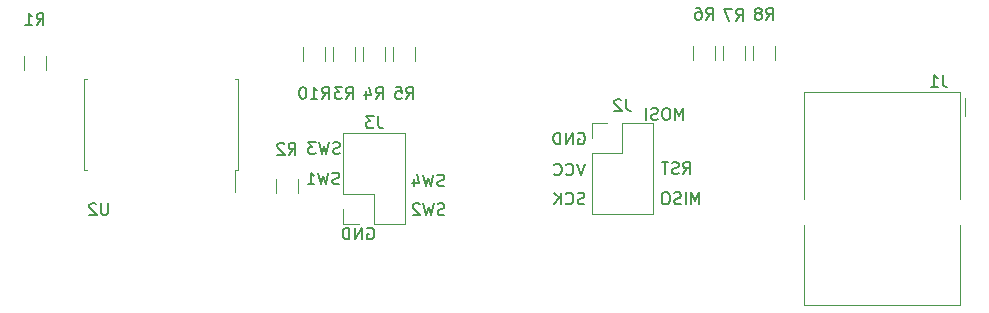
<source format=gbo>
G04 #@! TF.GenerationSoftware,KiCad,Pcbnew,5.1.5*
G04 #@! TF.CreationDate,2020-05-20T18:02:06-05:00*
G04 #@! TF.ProjectId,kdi574,6b646935-3734-42e6-9b69-6361645f7063,v01*
G04 #@! TF.SameCoordinates,Original*
G04 #@! TF.FileFunction,Legend,Bot*
G04 #@! TF.FilePolarity,Positive*
%FSLAX46Y46*%
G04 Gerber Fmt 4.6, Leading zero omitted, Abs format (unit mm)*
G04 Created by KiCad (PCBNEW 5.1.5) date 2020-05-20 18:02:06*
%MOMM*%
%LPD*%
G04 APERTURE LIST*
%ADD10C,0.150000*%
%ADD11C,0.120000*%
%ADD12C,0.100000*%
G04 APERTURE END LIST*
D10*
X173592928Y-106807260D02*
X173592928Y-105807260D01*
X173259595Y-106521546D01*
X172926261Y-105807260D01*
X172926261Y-106807260D01*
X172450071Y-106807260D02*
X172450071Y-105807260D01*
X172021500Y-106759641D02*
X171878642Y-106807260D01*
X171640547Y-106807260D01*
X171545309Y-106759641D01*
X171497690Y-106712022D01*
X171450071Y-106616784D01*
X171450071Y-106521546D01*
X171497690Y-106426308D01*
X171545309Y-106378689D01*
X171640547Y-106331070D01*
X171831023Y-106283451D01*
X171926261Y-106235832D01*
X171973880Y-106188213D01*
X172021500Y-106092975D01*
X172021500Y-105997737D01*
X171973880Y-105902499D01*
X171926261Y-105854880D01*
X171831023Y-105807260D01*
X171592928Y-105807260D01*
X171450071Y-105854880D01*
X170831023Y-105807260D02*
X170640547Y-105807260D01*
X170545309Y-105854880D01*
X170450071Y-105950118D01*
X170402452Y-106140594D01*
X170402452Y-106473927D01*
X170450071Y-106664403D01*
X170545309Y-106759641D01*
X170640547Y-106807260D01*
X170831023Y-106807260D01*
X170926261Y-106759641D01*
X171021500Y-106664403D01*
X171069119Y-106473927D01*
X171069119Y-106140594D01*
X171021500Y-105950118D01*
X170926261Y-105854880D01*
X170831023Y-105807260D01*
X172218599Y-104244400D02*
X172551932Y-103768210D01*
X172790027Y-104244400D02*
X172790027Y-103244400D01*
X172409075Y-103244400D01*
X172313837Y-103292020D01*
X172266218Y-103339639D01*
X172218599Y-103434877D01*
X172218599Y-103577734D01*
X172266218Y-103672972D01*
X172313837Y-103720591D01*
X172409075Y-103768210D01*
X172790027Y-103768210D01*
X171837646Y-104196781D02*
X171694789Y-104244400D01*
X171456694Y-104244400D01*
X171361456Y-104196781D01*
X171313837Y-104149162D01*
X171266218Y-104053924D01*
X171266218Y-103958686D01*
X171313837Y-103863448D01*
X171361456Y-103815829D01*
X171456694Y-103768210D01*
X171647170Y-103720591D01*
X171742408Y-103672972D01*
X171790027Y-103625353D01*
X171837646Y-103530115D01*
X171837646Y-103434877D01*
X171790027Y-103339639D01*
X171742408Y-103292020D01*
X171647170Y-103244400D01*
X171409075Y-103244400D01*
X171266218Y-103292020D01*
X170980503Y-103244400D02*
X170409075Y-103244400D01*
X170694789Y-104244400D02*
X170694789Y-103244400D01*
X172223868Y-99662240D02*
X172223868Y-98662240D01*
X171890535Y-99376526D01*
X171557201Y-98662240D01*
X171557201Y-99662240D01*
X170890535Y-98662240D02*
X170700059Y-98662240D01*
X170604820Y-98709860D01*
X170509582Y-98805098D01*
X170461963Y-98995574D01*
X170461963Y-99328907D01*
X170509582Y-99519383D01*
X170604820Y-99614621D01*
X170700059Y-99662240D01*
X170890535Y-99662240D01*
X170985773Y-99614621D01*
X171081011Y-99519383D01*
X171128630Y-99328907D01*
X171128630Y-98995574D01*
X171081011Y-98805098D01*
X170985773Y-98709860D01*
X170890535Y-98662240D01*
X170081011Y-99614621D02*
X169938154Y-99662240D01*
X169700059Y-99662240D01*
X169604820Y-99614621D01*
X169557201Y-99567002D01*
X169509582Y-99471764D01*
X169509582Y-99376526D01*
X169557201Y-99281288D01*
X169604820Y-99233669D01*
X169700059Y-99186050D01*
X169890535Y-99138431D01*
X169985773Y-99090812D01*
X170033392Y-99043193D01*
X170081011Y-98947955D01*
X170081011Y-98852717D01*
X170033392Y-98757479D01*
X169985773Y-98709860D01*
X169890535Y-98662240D01*
X169652440Y-98662240D01*
X169509582Y-98709860D01*
X169081011Y-99662240D02*
X169081011Y-98662240D01*
X163863494Y-106777421D02*
X163720637Y-106825040D01*
X163482541Y-106825040D01*
X163387303Y-106777421D01*
X163339684Y-106729802D01*
X163292065Y-106634564D01*
X163292065Y-106539326D01*
X163339684Y-106444088D01*
X163387303Y-106396469D01*
X163482541Y-106348850D01*
X163673018Y-106301231D01*
X163768256Y-106253612D01*
X163815875Y-106205993D01*
X163863494Y-106110755D01*
X163863494Y-106015517D01*
X163815875Y-105920279D01*
X163768256Y-105872660D01*
X163673018Y-105825040D01*
X163434922Y-105825040D01*
X163292065Y-105872660D01*
X162292065Y-106729802D02*
X162339684Y-106777421D01*
X162482541Y-106825040D01*
X162577780Y-106825040D01*
X162720637Y-106777421D01*
X162815875Y-106682183D01*
X162863494Y-106586945D01*
X162911113Y-106396469D01*
X162911113Y-106253612D01*
X162863494Y-106063136D01*
X162815875Y-105967898D01*
X162720637Y-105872660D01*
X162577780Y-105825040D01*
X162482541Y-105825040D01*
X162339684Y-105872660D01*
X162292065Y-105920279D01*
X161863494Y-106825040D02*
X161863494Y-105825040D01*
X161292065Y-106825040D02*
X161720637Y-106253612D01*
X161292065Y-105825040D02*
X161863494Y-106396469D01*
X163875553Y-103368860D02*
X163542220Y-104368860D01*
X163208886Y-103368860D01*
X162304124Y-104273622D02*
X162351743Y-104321241D01*
X162494600Y-104368860D01*
X162589839Y-104368860D01*
X162732696Y-104321241D01*
X162827934Y-104226003D01*
X162875553Y-104130765D01*
X162923172Y-103940289D01*
X162923172Y-103797432D01*
X162875553Y-103606956D01*
X162827934Y-103511718D01*
X162732696Y-103416480D01*
X162589839Y-103368860D01*
X162494600Y-103368860D01*
X162351743Y-103416480D01*
X162304124Y-103464099D01*
X161304124Y-104273622D02*
X161351743Y-104321241D01*
X161494600Y-104368860D01*
X161589839Y-104368860D01*
X161732696Y-104321241D01*
X161827934Y-104226003D01*
X161875553Y-104130765D01*
X161923172Y-103940289D01*
X161923172Y-103797432D01*
X161875553Y-103606956D01*
X161827934Y-103511718D01*
X161732696Y-103416480D01*
X161589839Y-103368860D01*
X161494600Y-103368860D01*
X161351743Y-103416480D01*
X161304124Y-103464099D01*
X163339684Y-100782500D02*
X163434922Y-100734880D01*
X163577780Y-100734880D01*
X163720637Y-100782500D01*
X163815875Y-100877738D01*
X163863494Y-100972976D01*
X163911113Y-101163452D01*
X163911113Y-101306309D01*
X163863494Y-101496785D01*
X163815875Y-101592023D01*
X163720637Y-101687261D01*
X163577780Y-101734880D01*
X163482541Y-101734880D01*
X163339684Y-101687261D01*
X163292065Y-101639642D01*
X163292065Y-101306309D01*
X163482541Y-101306309D01*
X162863494Y-101734880D02*
X162863494Y-100734880D01*
X162292065Y-101734880D01*
X162292065Y-100734880D01*
X161815875Y-101734880D02*
X161815875Y-100734880D01*
X161577780Y-100734880D01*
X161434922Y-100782500D01*
X161339684Y-100877738D01*
X161292065Y-100972976D01*
X161244446Y-101163452D01*
X161244446Y-101306309D01*
X161292065Y-101496785D01*
X161339684Y-101592023D01*
X161434922Y-101687261D01*
X161577780Y-101734880D01*
X161815875Y-101734880D01*
X143146613Y-102500061D02*
X143003756Y-102547680D01*
X142765660Y-102547680D01*
X142670422Y-102500061D01*
X142622803Y-102452442D01*
X142575184Y-102357204D01*
X142575184Y-102261966D01*
X142622803Y-102166728D01*
X142670422Y-102119109D01*
X142765660Y-102071490D01*
X142956137Y-102023871D01*
X143051375Y-101976252D01*
X143098994Y-101928633D01*
X143146613Y-101833395D01*
X143146613Y-101738157D01*
X143098994Y-101642919D01*
X143051375Y-101595300D01*
X142956137Y-101547680D01*
X142718041Y-101547680D01*
X142575184Y-101595300D01*
X142241851Y-101547680D02*
X142003756Y-102547680D01*
X141813280Y-101833395D01*
X141622803Y-102547680D01*
X141384708Y-101547680D01*
X141098994Y-101547680D02*
X140479946Y-101547680D01*
X140813280Y-101928633D01*
X140670422Y-101928633D01*
X140575184Y-101976252D01*
X140527565Y-102023871D01*
X140479946Y-102119109D01*
X140479946Y-102357204D01*
X140527565Y-102452442D01*
X140575184Y-102500061D01*
X140670422Y-102547680D01*
X140956137Y-102547680D01*
X141051375Y-102500061D01*
X141098994Y-102452442D01*
X145488564Y-108826680D02*
X145583802Y-108779060D01*
X145726660Y-108779060D01*
X145869517Y-108826680D01*
X145964755Y-108921918D01*
X146012374Y-109017156D01*
X146059993Y-109207632D01*
X146059993Y-109350489D01*
X146012374Y-109540965D01*
X145964755Y-109636203D01*
X145869517Y-109731441D01*
X145726660Y-109779060D01*
X145631421Y-109779060D01*
X145488564Y-109731441D01*
X145440945Y-109683822D01*
X145440945Y-109350489D01*
X145631421Y-109350489D01*
X145012374Y-109779060D02*
X145012374Y-108779060D01*
X144440945Y-109779060D01*
X144440945Y-108779060D01*
X143964755Y-109779060D02*
X143964755Y-108779060D01*
X143726660Y-108779060D01*
X143583802Y-108826680D01*
X143488564Y-108921918D01*
X143440945Y-109017156D01*
X143393326Y-109207632D01*
X143393326Y-109350489D01*
X143440945Y-109540965D01*
X143488564Y-109636203D01*
X143583802Y-109731441D01*
X143726660Y-109779060D01*
X143964755Y-109779060D01*
X151998513Y-107676581D02*
X151855656Y-107724200D01*
X151617560Y-107724200D01*
X151522322Y-107676581D01*
X151474703Y-107628962D01*
X151427084Y-107533724D01*
X151427084Y-107438486D01*
X151474703Y-107343248D01*
X151522322Y-107295629D01*
X151617560Y-107248010D01*
X151808037Y-107200391D01*
X151903275Y-107152772D01*
X151950894Y-107105153D01*
X151998513Y-107009915D01*
X151998513Y-106914677D01*
X151950894Y-106819439D01*
X151903275Y-106771820D01*
X151808037Y-106724200D01*
X151569941Y-106724200D01*
X151427084Y-106771820D01*
X151093751Y-106724200D02*
X150855656Y-107724200D01*
X150665180Y-107009915D01*
X150474703Y-107724200D01*
X150236608Y-106724200D01*
X149903275Y-106819439D02*
X149855656Y-106771820D01*
X149760418Y-106724200D01*
X149522322Y-106724200D01*
X149427084Y-106771820D01*
X149379465Y-106819439D01*
X149331846Y-106914677D01*
X149331846Y-107009915D01*
X149379465Y-107152772D01*
X149950894Y-107724200D01*
X149331846Y-107724200D01*
X151988353Y-105253421D02*
X151845496Y-105301040D01*
X151607400Y-105301040D01*
X151512162Y-105253421D01*
X151464543Y-105205802D01*
X151416924Y-105110564D01*
X151416924Y-105015326D01*
X151464543Y-104920088D01*
X151512162Y-104872469D01*
X151607400Y-104824850D01*
X151797877Y-104777231D01*
X151893115Y-104729612D01*
X151940734Y-104681993D01*
X151988353Y-104586755D01*
X151988353Y-104491517D01*
X151940734Y-104396279D01*
X151893115Y-104348660D01*
X151797877Y-104301040D01*
X151559781Y-104301040D01*
X151416924Y-104348660D01*
X151083591Y-104301040D02*
X150845496Y-105301040D01*
X150655020Y-104586755D01*
X150464543Y-105301040D01*
X150226448Y-104301040D01*
X149416924Y-104634374D02*
X149416924Y-105301040D01*
X149655020Y-104253421D02*
X149893115Y-104967707D01*
X149274067Y-104967707D01*
X143098353Y-105085781D02*
X142955496Y-105133400D01*
X142717400Y-105133400D01*
X142622162Y-105085781D01*
X142574543Y-105038162D01*
X142526924Y-104942924D01*
X142526924Y-104847686D01*
X142574543Y-104752448D01*
X142622162Y-104704829D01*
X142717400Y-104657210D01*
X142907877Y-104609591D01*
X143003115Y-104561972D01*
X143050734Y-104514353D01*
X143098353Y-104419115D01*
X143098353Y-104323877D01*
X143050734Y-104228639D01*
X143003115Y-104181020D01*
X142907877Y-104133400D01*
X142669781Y-104133400D01*
X142526924Y-104181020D01*
X142193591Y-104133400D02*
X141955496Y-105133400D01*
X141765020Y-104419115D01*
X141574543Y-105133400D01*
X141336448Y-104133400D01*
X140431686Y-105133400D02*
X141003115Y-105133400D01*
X140717400Y-105133400D02*
X140717400Y-104133400D01*
X140812639Y-104276258D01*
X140907877Y-104371496D01*
X141003115Y-104419115D01*
D11*
X143450000Y-108518000D02*
X144780000Y-108518000D01*
X143450000Y-107188000D02*
X143450000Y-108518000D01*
X146050000Y-108518000D02*
X148650000Y-108518000D01*
X146050000Y-105918000D02*
X146050000Y-108518000D01*
X143450000Y-105918000D02*
X146050000Y-105918000D01*
X148650000Y-108518000D02*
X148650000Y-100778000D01*
X143450000Y-105918000D02*
X143450000Y-100778000D01*
X143450000Y-100778000D02*
X148650000Y-100778000D01*
X195631800Y-97322000D02*
X182431800Y-97322000D01*
X182431800Y-97322000D02*
X182431800Y-106342000D01*
D12*
X182431800Y-115202000D02*
X182431800Y-115322000D01*
D11*
X182431800Y-115322000D02*
X182431800Y-108542000D01*
D12*
X182431800Y-115312000D02*
X182431800Y-115322000D01*
D11*
X182431800Y-115322000D02*
X195631800Y-115322000D01*
X195631800Y-115322000D02*
X195631800Y-108542000D01*
D12*
X195631800Y-106272000D02*
X195631800Y-106342000D01*
D11*
X195631800Y-106342000D02*
X195631800Y-97322000D01*
X196101800Y-99322000D02*
X196101800Y-97792000D01*
X169668500Y-99901700D02*
X167068500Y-99901700D01*
X169668500Y-99901700D02*
X169668500Y-107641700D01*
X169668500Y-107641700D02*
X164468500Y-107641700D01*
X164468500Y-102501700D02*
X164468500Y-107641700D01*
X167068500Y-102501700D02*
X164468500Y-102501700D01*
X167068500Y-99901700D02*
X167068500Y-102501700D01*
X164468500Y-99901700D02*
X164468500Y-101231700D01*
X165798500Y-99901700D02*
X164468500Y-99901700D01*
X116438000Y-94269936D02*
X116438000Y-95474064D01*
X118258000Y-94269936D02*
X118258000Y-95474064D01*
X139594000Y-105882064D02*
X139594000Y-104677936D01*
X137774000Y-105882064D02*
X137774000Y-104677936D01*
X144420000Y-93504936D02*
X144420000Y-94709064D01*
X142600000Y-93504936D02*
X142600000Y-94709064D01*
X145140000Y-93504936D02*
X145140000Y-94709064D01*
X146960000Y-93504936D02*
X146960000Y-94709064D01*
X149500000Y-93504936D02*
X149500000Y-94709064D01*
X147680000Y-93504936D02*
X147680000Y-94709064D01*
X173080000Y-93377936D02*
X173080000Y-94582064D01*
X174900000Y-93377936D02*
X174900000Y-94582064D01*
X177440000Y-93377936D02*
X177440000Y-94582064D01*
X175620000Y-93377936D02*
X175620000Y-94582064D01*
X179980000Y-93377936D02*
X179980000Y-94582064D01*
X178160000Y-93377936D02*
X178160000Y-94582064D01*
X140060000Y-93504936D02*
X140060000Y-94709064D01*
X141880000Y-93504936D02*
X141880000Y-94709064D01*
X121506000Y-100076000D02*
X121506000Y-96216000D01*
X121506000Y-96216000D02*
X121741000Y-96216000D01*
X121506000Y-100076000D02*
X121506000Y-103936000D01*
X121506000Y-103936000D02*
X121741000Y-103936000D01*
X134526000Y-100076000D02*
X134526000Y-96216000D01*
X134526000Y-96216000D02*
X134291000Y-96216000D01*
X134526000Y-100076000D02*
X134526000Y-103936000D01*
X134526000Y-103936000D02*
X134291000Y-103936000D01*
X134291000Y-103936000D02*
X134291000Y-105751000D01*
D10*
X146396033Y-99373440D02*
X146396033Y-100087726D01*
X146443652Y-100230583D01*
X146538890Y-100325821D01*
X146681747Y-100373440D01*
X146776985Y-100373440D01*
X146015080Y-99373440D02*
X145396033Y-99373440D01*
X145729366Y-99754393D01*
X145586509Y-99754393D01*
X145491271Y-99802012D01*
X145443652Y-99849631D01*
X145396033Y-99944869D01*
X145396033Y-100182964D01*
X145443652Y-100278202D01*
X145491271Y-100325821D01*
X145586509Y-100373440D01*
X145872223Y-100373440D01*
X145967461Y-100325821D01*
X146015080Y-100278202D01*
X194205133Y-95844380D02*
X194205133Y-96558666D01*
X194252752Y-96701523D01*
X194347990Y-96796761D01*
X194490847Y-96844380D01*
X194586085Y-96844380D01*
X193205133Y-96844380D02*
X193776561Y-96844380D01*
X193490847Y-96844380D02*
X193490847Y-95844380D01*
X193586085Y-95987238D01*
X193681323Y-96082476D01*
X193776561Y-96130095D01*
X167401833Y-97914080D02*
X167401833Y-98628366D01*
X167449452Y-98771223D01*
X167544690Y-98866461D01*
X167687547Y-98914080D01*
X167782785Y-98914080D01*
X166973261Y-98009319D02*
X166925642Y-97961700D01*
X166830404Y-97914080D01*
X166592309Y-97914080D01*
X166497071Y-97961700D01*
X166449452Y-98009319D01*
X166401833Y-98104557D01*
X166401833Y-98199795D01*
X166449452Y-98342652D01*
X167020880Y-98914080D01*
X166401833Y-98914080D01*
X117481646Y-91623140D02*
X117814980Y-91146950D01*
X118053075Y-91623140D02*
X118053075Y-90623140D01*
X117672122Y-90623140D01*
X117576884Y-90670760D01*
X117529265Y-90718379D01*
X117481646Y-90813617D01*
X117481646Y-90956474D01*
X117529265Y-91051712D01*
X117576884Y-91099331D01*
X117672122Y-91146950D01*
X118053075Y-91146950D01*
X116529265Y-91623140D02*
X117100694Y-91623140D01*
X116814980Y-91623140D02*
X116814980Y-90623140D01*
X116910218Y-90765998D01*
X117005456Y-90861236D01*
X117100694Y-90908855D01*
X138825266Y-102613720D02*
X139158600Y-102137530D01*
X139396695Y-102613720D02*
X139396695Y-101613720D01*
X139015742Y-101613720D01*
X138920504Y-101661340D01*
X138872885Y-101708959D01*
X138825266Y-101804197D01*
X138825266Y-101947054D01*
X138872885Y-102042292D01*
X138920504Y-102089911D01*
X139015742Y-102137530D01*
X139396695Y-102137530D01*
X138444314Y-101708959D02*
X138396695Y-101661340D01*
X138301457Y-101613720D01*
X138063361Y-101613720D01*
X137968123Y-101661340D01*
X137920504Y-101708959D01*
X137872885Y-101804197D01*
X137872885Y-101899435D01*
X137920504Y-102042292D01*
X138491933Y-102613720D01*
X137872885Y-102613720D01*
X143666506Y-97896940D02*
X143999840Y-97420750D01*
X144237935Y-97896940D02*
X144237935Y-96896940D01*
X143856982Y-96896940D01*
X143761744Y-96944560D01*
X143714125Y-96992179D01*
X143666506Y-97087417D01*
X143666506Y-97230274D01*
X143714125Y-97325512D01*
X143761744Y-97373131D01*
X143856982Y-97420750D01*
X144237935Y-97420750D01*
X143333173Y-96896940D02*
X142714125Y-96896940D01*
X143047459Y-97277893D01*
X142904601Y-97277893D01*
X142809363Y-97325512D01*
X142761744Y-97373131D01*
X142714125Y-97468369D01*
X142714125Y-97706464D01*
X142761744Y-97801702D01*
X142809363Y-97849321D01*
X142904601Y-97896940D01*
X143190316Y-97896940D01*
X143285554Y-97849321D01*
X143333173Y-97801702D01*
X146211586Y-97896940D02*
X146544920Y-97420750D01*
X146783015Y-97896940D02*
X146783015Y-96896940D01*
X146402062Y-96896940D01*
X146306824Y-96944560D01*
X146259205Y-96992179D01*
X146211586Y-97087417D01*
X146211586Y-97230274D01*
X146259205Y-97325512D01*
X146306824Y-97373131D01*
X146402062Y-97420750D01*
X146783015Y-97420750D01*
X145354443Y-97230274D02*
X145354443Y-97896940D01*
X145592539Y-96849321D02*
X145830634Y-97563607D01*
X145211586Y-97563607D01*
X148774446Y-97879160D02*
X149107780Y-97402970D01*
X149345875Y-97879160D02*
X149345875Y-96879160D01*
X148964922Y-96879160D01*
X148869684Y-96926780D01*
X148822065Y-96974399D01*
X148774446Y-97069637D01*
X148774446Y-97212494D01*
X148822065Y-97307732D01*
X148869684Y-97355351D01*
X148964922Y-97402970D01*
X149345875Y-97402970D01*
X147869684Y-96879160D02*
X148345875Y-96879160D01*
X148393494Y-97355351D01*
X148345875Y-97307732D01*
X148250637Y-97260113D01*
X148012541Y-97260113D01*
X147917303Y-97307732D01*
X147869684Y-97355351D01*
X147822065Y-97450589D01*
X147822065Y-97688684D01*
X147869684Y-97783922D01*
X147917303Y-97831541D01*
X148012541Y-97879160D01*
X148250637Y-97879160D01*
X148345875Y-97831541D01*
X148393494Y-97783922D01*
X174169366Y-91171020D02*
X174502700Y-90694830D01*
X174740795Y-91171020D02*
X174740795Y-90171020D01*
X174359842Y-90171020D01*
X174264604Y-90218640D01*
X174216985Y-90266259D01*
X174169366Y-90361497D01*
X174169366Y-90504354D01*
X174216985Y-90599592D01*
X174264604Y-90647211D01*
X174359842Y-90694830D01*
X174740795Y-90694830D01*
X173312223Y-90171020D02*
X173502700Y-90171020D01*
X173597938Y-90218640D01*
X173645557Y-90266259D01*
X173740795Y-90409116D01*
X173788414Y-90599592D01*
X173788414Y-90980544D01*
X173740795Y-91075782D01*
X173693176Y-91123401D01*
X173597938Y-91171020D01*
X173407461Y-91171020D01*
X173312223Y-91123401D01*
X173264604Y-91075782D01*
X173216985Y-90980544D01*
X173216985Y-90742449D01*
X173264604Y-90647211D01*
X173312223Y-90599592D01*
X173407461Y-90551973D01*
X173597938Y-90551973D01*
X173693176Y-90599592D01*
X173740795Y-90647211D01*
X173788414Y-90742449D01*
X176696666Y-91257380D02*
X177030000Y-90781190D01*
X177268095Y-91257380D02*
X177268095Y-90257380D01*
X176887142Y-90257380D01*
X176791904Y-90305000D01*
X176744285Y-90352619D01*
X176696666Y-90447857D01*
X176696666Y-90590714D01*
X176744285Y-90685952D01*
X176791904Y-90733571D01*
X176887142Y-90781190D01*
X177268095Y-90781190D01*
X176363333Y-90257380D02*
X175696666Y-90257380D01*
X176125238Y-91257380D01*
X179241746Y-91206580D02*
X179575080Y-90730390D01*
X179813175Y-91206580D02*
X179813175Y-90206580D01*
X179432222Y-90206580D01*
X179336984Y-90254200D01*
X179289365Y-90301819D01*
X179241746Y-90397057D01*
X179241746Y-90539914D01*
X179289365Y-90635152D01*
X179336984Y-90682771D01*
X179432222Y-90730390D01*
X179813175Y-90730390D01*
X178670318Y-90635152D02*
X178765556Y-90587533D01*
X178813175Y-90539914D01*
X178860794Y-90444676D01*
X178860794Y-90397057D01*
X178813175Y-90301819D01*
X178765556Y-90254200D01*
X178670318Y-90206580D01*
X178479841Y-90206580D01*
X178384603Y-90254200D01*
X178336984Y-90301819D01*
X178289365Y-90397057D01*
X178289365Y-90444676D01*
X178336984Y-90539914D01*
X178384603Y-90587533D01*
X178479841Y-90635152D01*
X178670318Y-90635152D01*
X178765556Y-90682771D01*
X178813175Y-90730390D01*
X178860794Y-90825628D01*
X178860794Y-91016104D01*
X178813175Y-91111342D01*
X178765556Y-91158961D01*
X178670318Y-91206580D01*
X178479841Y-91206580D01*
X178384603Y-91158961D01*
X178336984Y-91111342D01*
X178289365Y-91016104D01*
X178289365Y-90825628D01*
X178336984Y-90730390D01*
X178384603Y-90682771D01*
X178479841Y-90635152D01*
X141640797Y-97881700D02*
X141974130Y-97405510D01*
X142212225Y-97881700D02*
X142212225Y-96881700D01*
X141831273Y-96881700D01*
X141736035Y-96929320D01*
X141688416Y-96976939D01*
X141640797Y-97072177D01*
X141640797Y-97215034D01*
X141688416Y-97310272D01*
X141736035Y-97357891D01*
X141831273Y-97405510D01*
X142212225Y-97405510D01*
X140688416Y-97881700D02*
X141259844Y-97881700D01*
X140974130Y-97881700D02*
X140974130Y-96881700D01*
X141069368Y-97024558D01*
X141164606Y-97119796D01*
X141259844Y-97167415D01*
X140069368Y-96881700D02*
X139974130Y-96881700D01*
X139878892Y-96929320D01*
X139831273Y-96976939D01*
X139783654Y-97072177D01*
X139736035Y-97262653D01*
X139736035Y-97500748D01*
X139783654Y-97691224D01*
X139831273Y-97786462D01*
X139878892Y-97834081D01*
X139974130Y-97881700D01*
X140069368Y-97881700D01*
X140164606Y-97834081D01*
X140212225Y-97786462D01*
X140259844Y-97691224D01*
X140307463Y-97500748D01*
X140307463Y-97262653D01*
X140259844Y-97072177D01*
X140212225Y-96976939D01*
X140164606Y-96929320D01*
X140069368Y-96881700D01*
X123522644Y-106719120D02*
X123522644Y-107528644D01*
X123475025Y-107623882D01*
X123427406Y-107671501D01*
X123332168Y-107719120D01*
X123141692Y-107719120D01*
X123046454Y-107671501D01*
X122998835Y-107623882D01*
X122951216Y-107528644D01*
X122951216Y-106719120D01*
X122522644Y-106814359D02*
X122475025Y-106766740D01*
X122379787Y-106719120D01*
X122141692Y-106719120D01*
X122046454Y-106766740D01*
X121998835Y-106814359D01*
X121951216Y-106909597D01*
X121951216Y-107004835D01*
X121998835Y-107147692D01*
X122570263Y-107719120D01*
X121951216Y-107719120D01*
M02*

</source>
